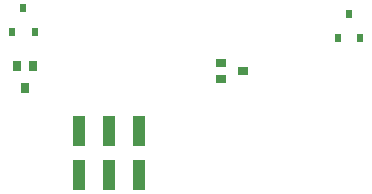
<source format=gbp>
G04*
G04 #@! TF.GenerationSoftware,Altium Limited,Altium Designer,23.3.1 (30)*
G04*
G04 Layer_Color=128*
%FSLAX44Y44*%
%MOMM*%
G71*
G04*
G04 #@! TF.SameCoordinates,7B0CC697-CB82-4889-8CF9-0E38B3BB7E85*
G04*
G04*
G04 #@! TF.FilePolarity,Positive*
G04*
G01*
G75*
%ADD28R,0.5590X0.7240*%
%ADD29R,0.7000X0.9000*%
%ADD30R,0.9000X0.7000*%
%ADD31R,1.0000X2.5000*%
D28*
X565725Y500695D02*
D03*
X546725D02*
D03*
X556225Y520385D02*
D03*
X280635Y525465D02*
D03*
X271135Y505775D02*
D03*
X290135D02*
D03*
D29*
X281940Y457860D02*
D03*
X288440Y476860D02*
D03*
X275440D02*
D03*
D30*
X447700Y465940D02*
D03*
Y478940D02*
D03*
X466700Y472440D02*
D03*
D31*
X378460Y421810D02*
D03*
Y384810D02*
D03*
X353060Y421810D02*
D03*
Y384810D02*
D03*
X327660Y421810D02*
D03*
Y384810D02*
D03*
M02*

</source>
